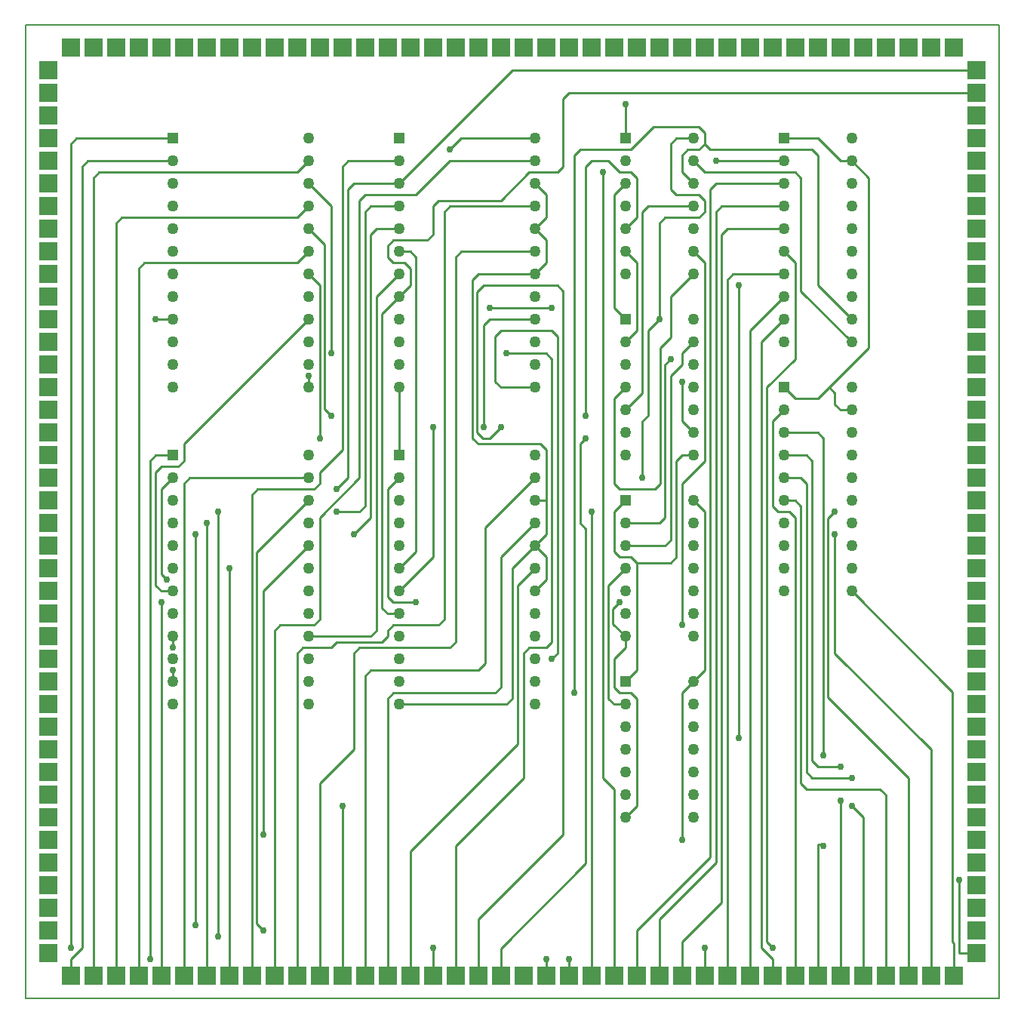
<source format=gbr>
G04 PROTEUS GERBER X2 FILE*
%TF.GenerationSoftware,Labcenter,Proteus,8.13-SP0-Build31525*%
%TF.CreationDate,2022-07-18T16:51:56+00:00*%
%TF.FileFunction,Copper,L2,Bot*%
%TF.FilePolarity,Positive*%
%TF.Part,Single*%
%TF.SameCoordinates,{ef34fe09-6a13-4269-aa04-aafbd3ed972e}*%
%FSLAX45Y45*%
%MOMM*%
G01*
%TA.AperFunction,Conductor*%
%ADD10C,0.254000*%
%TA.AperFunction,ViaPad*%
%ADD11C,0.762000*%
%TA.AperFunction,ComponentPad*%
%ADD12R,2.032000X2.032000*%
%TA.AperFunction,ComponentPad*%
%ADD13R,1.270000X1.270000*%
%ADD14C,1.270000*%
%TA.AperFunction,Profile*%
%ADD15C,0.203200*%
%TD.AperFunction*%
D10*
X+1270000Y+1905000D02*
X+1143000Y+2032000D01*
X+1143000Y+3302000D01*
X+1270000Y+3429000D01*
X+1270000Y+2667000D02*
X+1397000Y+2540000D01*
X+1397000Y+1778000D01*
X+1270000Y+1651000D01*
X+2032000Y+2413000D02*
X+1778000Y+2159000D01*
X+1778000Y+1701800D01*
X+1663700Y+1587500D01*
X+1663700Y+63500D01*
X+1600200Y+0D01*
X+1206500Y+0D01*
X+1143000Y+63500D01*
X+1143000Y+1016000D01*
X+1270000Y+1143000D01*
X+2032000Y+3175000D02*
X+1524000Y+3175000D01*
X+1460500Y+3111500D01*
X+1460500Y+1079500D01*
X+1270000Y+889000D01*
X+1905000Y+1206500D02*
X+1905000Y+762000D01*
X+2032000Y+635000D01*
X+3810000Y+3683000D02*
X+4000500Y+3492501D01*
X+4000500Y+1587500D01*
X+3556000Y+1143000D01*
X+3810000Y+3683001D02*
X+3810000Y+3683000D01*
X+3683000Y+3683001D01*
X+3429001Y+3937000D01*
X+3048000Y+3937000D01*
X+3556000Y+1143000D02*
X+3429000Y+1016000D01*
X+3175000Y+1016000D01*
X+3048000Y+1143000D01*
X+3556000Y+1143000D02*
X+3619500Y+1079500D01*
X+3619500Y+952501D01*
X+3683000Y+889001D01*
X+3810000Y+889000D01*
X+3810000Y+889001D01*
X-1270000Y+2159000D02*
X-1143000Y+2286000D01*
X-1143000Y+2476500D01*
X-1206500Y+2540000D01*
X-1333500Y+2540000D01*
X-1397000Y+2603500D01*
X-1397000Y+2730500D01*
X-1333500Y+2794000D01*
X-952500Y+2794000D01*
X-889000Y+2857500D01*
X-889000Y+3175000D01*
X-825500Y+3238500D01*
X-127000Y+3238500D01*
X+190500Y+3556000D01*
X+508000Y+3556000D01*
X+571500Y+3619500D01*
X+571500Y+4381500D01*
X+635000Y+4445000D01*
X+5207000Y+4445000D01*
X-1270000Y+2159000D02*
X-1460500Y+1968500D01*
X-1460500Y-1333500D01*
X-1397000Y-1397000D01*
X-1270000Y-1397000D01*
X-1270000Y+2667000D02*
X-1143000Y+2667000D01*
X-1079500Y+2603500D01*
X-1079500Y-698500D01*
X-1270000Y-889000D01*
X-1270000Y+2921000D02*
X-1524000Y+2921000D01*
X-1587500Y+2857500D01*
X-1587500Y-317500D01*
X-1778000Y-508000D01*
X-3556000Y-4889500D02*
X-3556000Y-508000D01*
X-1270000Y+3175000D02*
X-1587500Y+3175000D01*
X-1651000Y+3111500D01*
X-1651000Y-190500D01*
X-1714500Y-254000D01*
X-1968500Y-254000D01*
X-3302000Y-5016500D02*
X-3302000Y-254000D01*
X-1270000Y+3429000D02*
X+0Y+4699000D01*
X+5207000Y+4699000D01*
X-1270000Y+3429000D02*
X-1778000Y+3429000D01*
X-1841500Y+3365500D01*
X-1841500Y+127000D01*
X-1968500Y+0D01*
X-3810000Y+3683000D02*
X-4762500Y+3683000D01*
X-4826000Y+3619500D01*
X-4826000Y-5143500D01*
X-4953000Y-5270500D01*
X-4953000Y-5461000D01*
X-2413000Y-5461000D02*
X-2413000Y-1841500D01*
X-2349500Y-1778000D01*
X-2032000Y-1778000D01*
X-1968500Y-1714500D01*
X-1460500Y-1714500D01*
X-1397000Y-1651000D01*
X-1397000Y-1587500D01*
X-1333500Y-1524000D01*
X-825500Y-1524000D01*
X-762000Y-1460500D01*
X-762000Y+3111500D01*
X-698499Y+3175001D01*
X+254000Y+3175000D01*
X+254000Y+3175001D01*
X-2159000Y-5461000D02*
X-2159000Y-3302000D01*
X-1778000Y-2921000D01*
X-1778000Y-1841500D01*
X-1714500Y-1778000D01*
X-698500Y-1778000D01*
X-635000Y-1714500D01*
X-635000Y+2603500D01*
X-571500Y+2667000D01*
X+254000Y+2667000D01*
X-1905000Y-3556000D02*
X-1905000Y-5461000D01*
X-1079500Y-1270000D02*
X-1333500Y-1270000D01*
X-1397000Y-1206500D01*
X-1397000Y+0D01*
X-1270000Y+127000D01*
X-1651000Y-5461000D02*
X-1651000Y-2095500D01*
X-1587500Y-2032000D01*
X-381000Y-2032000D01*
X-301110Y-1952110D01*
X-301110Y-428109D01*
X+254000Y+127000D01*
X+254000Y+127001D01*
X+254000Y-380999D02*
X+254000Y-381000D01*
X-127000Y-761999D01*
X-127000Y-2222500D01*
X-190500Y-2286000D01*
X-1333500Y-2286000D01*
X-1397000Y-2349500D01*
X-1397000Y-5461000D01*
X+254000Y-889000D02*
X+63500Y-1079500D01*
X+63500Y-2857500D01*
X-1143000Y-4064000D01*
X-1143000Y-5461000D01*
X-2286000Y+3683001D02*
X-2286000Y+3683000D01*
X-2413001Y+3556000D01*
X-4635500Y+3556000D01*
X-4699000Y+3492500D01*
X-4699000Y-5461000D01*
X-2286000Y+3175001D02*
X-2286000Y+3175000D01*
X-2413001Y+3048000D01*
X-4381500Y+3048000D01*
X-4445000Y+2984500D01*
X-4445000Y-5461000D01*
X-4191000Y-5461000D02*
X-4191000Y+2476500D01*
X-4127500Y+2540000D01*
X-2413000Y+2540000D01*
X-2286000Y+2667000D01*
X-3937000Y-1270000D02*
X-3937000Y-5461000D01*
X-3873500Y-1016000D02*
X-3937000Y-952500D01*
X-3937000Y+0D01*
X-3810000Y+127000D01*
X-3683000Y-5461000D02*
X-3683000Y+63500D01*
X-3619499Y+127001D01*
X-2286000Y+127000D01*
X-2286000Y+127001D01*
X-3429000Y-381000D02*
X-3429000Y-5461000D01*
X-3175000Y-889000D02*
X-3175000Y-5461000D01*
X-1270000Y+3683000D02*
X-1841500Y+3683000D01*
X-1905000Y+3619500D01*
X-1905000Y+444500D01*
X-2159000Y+190500D01*
X-2159000Y+63500D01*
X-2222500Y+0D01*
X-2857500Y+0D01*
X-2921000Y-63500D01*
X-2921000Y-5461000D01*
X+254000Y+3683001D02*
X+254000Y+3683000D01*
X-698499Y+3683001D01*
X-1079500Y+3302000D01*
X-1651000Y+3302000D01*
X-1714500Y+3238500D01*
X-1714500Y+127000D01*
X-2159000Y-317500D01*
X-2159000Y-1460500D01*
X-2222500Y-1524000D01*
X-2603500Y-1524000D01*
X-2667000Y-1587500D01*
X-2667000Y-5461000D01*
X-4953000Y-5143500D02*
X-4953000Y+3873500D01*
X-4889500Y+3937000D01*
X-3810000Y+3937000D01*
X-889000Y-5143500D02*
X-889000Y-5461000D01*
X-2032000Y+1524000D02*
X-2032000Y+3175001D01*
X-2286000Y+3429000D01*
X-2286000Y+3429001D01*
X-63500Y+1524000D02*
X+381000Y+1524000D01*
X+444500Y+1460500D01*
X+444500Y-1714500D01*
X+381000Y-1778000D01*
X+190500Y-1778000D01*
X+127000Y-1841500D01*
X+127000Y-3238500D01*
X-635000Y-4000500D01*
X-635000Y-5461000D01*
X-2032000Y+825500D02*
X-2108200Y+901700D01*
X-2108200Y+2743201D01*
X-2286000Y+2921000D01*
X-2286000Y+2921001D01*
X-127000Y+698500D02*
X-254000Y+571500D01*
X-330200Y+571500D01*
X-393700Y+635000D01*
X-393700Y+2209800D01*
X-317500Y+2286000D01*
X+508000Y+2286000D01*
X+571500Y+2222500D01*
X+571500Y-3873500D01*
X-381000Y-4826000D01*
X-381000Y-5461000D01*
X-2159000Y+571500D02*
X-2159000Y+2286000D01*
X-2286000Y+2413000D01*
X+825500Y+571500D02*
X+762000Y+508000D01*
X+762000Y-381000D01*
X+825500Y-444500D01*
X+825500Y-4196606D01*
X-127000Y-5149106D01*
X-127000Y-5461000D01*
X-4064000Y-5270500D02*
X-4064000Y+317500D01*
X-4000500Y+381000D01*
X-3810000Y+381000D01*
X-2794000Y-4953000D02*
X-2870200Y-4876800D01*
X-2870200Y-711199D01*
X-2286000Y-127000D01*
X-2286000Y-126999D01*
X+381000Y-5270500D02*
X+381000Y-5461000D01*
X-2794000Y-3873500D02*
X-2794000Y-1142999D01*
X-2286000Y-635000D01*
X-2286000Y-634999D01*
X+635000Y-5270500D02*
X+635000Y-5461000D01*
X+889000Y-254000D02*
X+889000Y-5461000D01*
X+1270000Y+3937000D02*
X+1270000Y+4318000D01*
X-4000500Y+1905000D02*
X-3810000Y+1905000D01*
X+444500Y-1905000D02*
X+508000Y-1841500D01*
X+508000Y+1714500D01*
X+444500Y+1778000D01*
X-127000Y+1778000D01*
X-190500Y+1714500D01*
X-190500Y+1206500D01*
X-127000Y+1143000D01*
X+254000Y+1143000D01*
X+3810000Y-1143000D02*
X+4940300Y-2273300D01*
X+4940300Y-5080000D01*
X+4953000Y-5092700D01*
X+4953000Y-5461000D01*
X+1270000Y+2921000D02*
X+1397000Y+3048000D01*
X+1397000Y+3492500D01*
X+1333500Y+3556000D01*
X+1206500Y+3556000D01*
X+1079500Y+3683000D01*
X+889000Y+3683000D01*
X+825500Y+3619500D01*
X+825500Y+825500D01*
X-2286000Y+1270000D02*
X-2286000Y+1143000D01*
X+2032000Y+2667000D02*
X+2159000Y+2540000D01*
X+2159000Y+317500D01*
X+1905000Y+63500D01*
X+1905000Y-1524000D01*
X-3810000Y-1778000D02*
X-3810000Y-1651000D01*
X+2540000Y+2286000D02*
X+2540000Y-2794000D01*
X+2159000Y+3873500D02*
X+2222500Y+3810000D01*
X+3365500Y+3810000D01*
X+3429000Y+3746500D01*
X+3429000Y+2286000D01*
X+3810000Y+1905000D01*
X+2159000Y+3873500D02*
X+2159000Y+4000500D01*
X+2095500Y+4064000D01*
X+1587500Y+4064000D01*
X+1333500Y+3810000D01*
X+762000Y+3810000D01*
X+698500Y+3746500D01*
X+698500Y-2286000D01*
X-3810000Y-2032000D02*
X-3810000Y-2159000D01*
X+2159000Y+3873500D02*
X+2095500Y+3810000D01*
X+1968500Y+3810000D01*
X+1905000Y+3746500D01*
X+1905000Y+3556001D01*
X+2032000Y+3429000D01*
X+2032000Y+3429001D01*
X+3810000Y+1651000D02*
X+3238500Y+2222500D01*
X+3238500Y+3492500D01*
X+3175000Y+3556000D01*
X+2159001Y+3556000D01*
X+2032000Y+3683000D01*
X+2032000Y+3683001D01*
X-254000Y+2032000D02*
X+444500Y+2032000D01*
X+1016000Y+3556000D02*
X+1016000Y-3238500D01*
X+1143000Y-3365500D01*
X+1143000Y-5461000D01*
X+2286000Y+3683000D02*
X+3048000Y+3683000D01*
X+3683000Y-3111500D02*
X+3429000Y-3111500D01*
X+3365500Y-3048000D01*
X+3365500Y+317500D01*
X+3302000Y+381000D01*
X+3048000Y+381000D01*
X+3683000Y-3492500D02*
X+3683000Y-5461000D01*
X+3810000Y-3556000D02*
X+3937000Y-3683000D01*
X+3937000Y-5461000D01*
X+3810000Y-3238500D02*
X+3365500Y-3238500D01*
X+3302000Y-3175000D01*
X+3302000Y+63500D01*
X+3238500Y+127000D01*
X+3048000Y+127000D01*
X+4191000Y-5461000D02*
X+4191000Y-3429000D01*
X+4127500Y-3365500D01*
X+3302000Y-3365500D01*
X+3238500Y-3302000D01*
X+3238500Y-190500D01*
X+3175000Y-127000D01*
X+3048000Y-127000D01*
X+3619500Y-254000D02*
X+3543300Y-330200D01*
X+3543300Y-2336800D01*
X+4445000Y-3238500D01*
X+4445000Y-5461000D01*
X+3619500Y-508000D02*
X+3619500Y-1841500D01*
X+4699000Y-2921000D01*
X+4699000Y-5461000D01*
X+3048000Y+3429000D02*
X+2286000Y+3429000D01*
X+2222500Y+3365500D01*
X+2222500Y-4127500D01*
X+1397000Y-4953000D01*
X+1397000Y-5461000D01*
X+1651000Y-5461000D02*
X+1651000Y-4826000D01*
X+2286000Y-4191000D01*
X+2286000Y+3111500D01*
X+2349500Y+3175000D01*
X+3048000Y+3175000D01*
X+3048000Y+2921000D02*
X+2413000Y+2921000D01*
X+2349500Y+2857500D01*
X+2349500Y-4635500D01*
X+1905000Y-5080000D01*
X+1905000Y-5461000D01*
X+2921000Y-5143500D02*
X+2857500Y-5080000D01*
X+2857500Y+1143000D01*
X+3175000Y+1460500D01*
X+3175000Y+2540000D01*
X+3048000Y+2667000D01*
X+2159000Y-5143500D02*
X+2159000Y-5461000D01*
X+3048000Y+2413000D02*
X+2476500Y+2413000D01*
X+2413000Y+2349500D01*
X+2413000Y-5461000D01*
X+2667000Y-5461000D02*
X+2667000Y+1778000D01*
X+3048000Y+2159000D01*
X+2921000Y-5461000D02*
X+2921000Y-5270500D01*
X+2794000Y-5143500D01*
X+2794000Y+1651000D01*
X+3048000Y+1905000D01*
X+3175000Y-5461000D02*
X+3175000Y-317500D01*
X+3111500Y-254000D01*
X+2984500Y-254000D01*
X+2921000Y-190500D01*
X+2921000Y+762000D01*
X+3048000Y+889000D01*
X+3492500Y-2984500D02*
X+3492500Y+571500D01*
X+3429000Y+635000D01*
X+3048000Y+635000D01*
X+3492500Y-4000500D02*
X+3470353Y-4000500D01*
X+3454400Y-3984547D01*
X+3429000Y-3984547D01*
X+3429000Y-5461000D01*
X+254000Y+2413000D02*
X-381000Y+2413000D01*
X-444500Y+2349500D01*
X-444500Y+571500D01*
X-381000Y+508000D01*
X+317500Y+508000D01*
X+381000Y+444500D01*
X+381000Y-127000D01*
X+254000Y-635000D02*
X+381000Y-507999D01*
X+381000Y-127000D01*
X-1270000Y-2413000D02*
X-63500Y-2413000D01*
X+0Y-2349500D01*
X+0Y-888999D01*
X+254000Y-635000D01*
X+317500Y-127000D02*
X+381000Y-127000D01*
X+254000Y-1143000D02*
X+381000Y-1016000D01*
X+381000Y-761999D01*
X+254000Y-635000D01*
X+254000Y-634999D01*
X+254000Y+2413000D02*
X+381000Y+2540000D01*
X+381000Y+2794001D01*
X+254000Y+2921000D01*
X+254000Y+2921001D01*
X+381000Y+3048001D01*
X+381000Y+3302001D01*
X+254000Y+3429000D01*
X+254000Y+3429001D01*
X+1270000Y-1651000D02*
X+1130300Y-1511300D01*
X+1130300Y-1346200D01*
X+1206500Y-1270000D01*
X+1270000Y-1651000D02*
X+1270000Y-1778000D01*
X+1143000Y-1905000D01*
X+1143000Y-2222500D01*
X+1206500Y-2286000D01*
X+1333500Y-2286000D01*
X+1397000Y-2349500D01*
X+1397000Y-3556000D01*
X+1270000Y-3683000D01*
X-1270000Y+1143000D02*
X-1270000Y+381000D01*
X+254000Y-126999D02*
X+254000Y-127000D01*
X+254001Y-127000D01*
X+317500Y-127000D01*
X+1397000Y-825500D02*
X+1778000Y-825500D01*
X+1841500Y-762000D01*
X+1841500Y+317500D01*
X+1905000Y+381000D01*
X+2032000Y+381000D01*
X+1397000Y-825500D02*
X+1397000Y-2032000D01*
X+1270000Y-2159000D01*
X+1397000Y-825500D02*
X+1333500Y-762000D01*
X+1206500Y-762000D01*
X+1143000Y-698500D01*
X+1143000Y-254000D01*
X+1270000Y-127000D01*
X+1778000Y+1460500D02*
X+1714500Y+1397000D01*
X+1714500Y-317500D01*
X+1651000Y-381000D01*
X+1270000Y-381000D01*
X+2032000Y+1651001D02*
X+2032000Y+1651000D01*
X+1905000Y+1524001D01*
X+1905000Y+1397000D01*
X+1778000Y+1270000D01*
X+1778000Y-571500D01*
X+1714500Y-635000D01*
X+1270000Y-635000D01*
X+1270000Y-2413000D02*
X+1143000Y-2413000D01*
X+1079500Y-2349500D01*
X+1079500Y-1079500D01*
X+1270000Y-889000D01*
X-889000Y+698500D02*
X-889000Y-762000D01*
X-1270000Y-1143000D01*
X-317500Y+698500D02*
X-317500Y+1841500D01*
X-254000Y+1905000D01*
X+254000Y+1905000D01*
X-2286000Y+1905000D02*
X-3683000Y+508000D01*
X-3683000Y+317500D01*
X-3746500Y+254000D01*
X-3937000Y+254000D01*
X-4000500Y+190500D01*
X-4000500Y-1079500D01*
X-3937000Y-1143000D01*
X-3810000Y-1143000D01*
X-2286000Y-1651000D02*
X-1587500Y-1651000D01*
X-1524000Y-1587500D01*
X-1524000Y+2159000D01*
X-1270000Y+2413000D01*
X+2032000Y+3937000D02*
X+1841500Y+3937000D01*
X+1778000Y+3873500D01*
X+1778000Y+3365500D01*
X+1841500Y+3302000D01*
X+2095500Y+3302000D01*
X+2159000Y+3238500D01*
X+2159000Y+3111500D01*
X+2095500Y+3048000D01*
X+1714500Y+3048000D01*
X+1651000Y+2984500D01*
X+1651000Y+1905000D01*
X+5016500Y-4381500D02*
X+5016500Y-5207000D01*
X+5207000Y-5207000D01*
X+2032000Y-2159000D02*
X+1905000Y-2286000D01*
X+1905000Y-3937000D01*
X+1651000Y+1905000D02*
X+1524000Y+1778000D01*
X+1524000Y+825500D01*
X+1460500Y+762000D01*
X+1460500Y+127000D01*
X+2032000Y-127000D02*
X+2159000Y-254000D01*
X+2159000Y-2032000D01*
X+2032000Y-2159000D01*
X+254000Y+3937000D02*
X-571500Y+3937000D01*
X-698500Y+3810000D01*
D11*
X+1905000Y+1206500D03*
X-1778000Y-508000D03*
X-3556000Y-508000D03*
X-3556000Y-4889500D03*
X-3302000Y-254000D03*
X-3302000Y-5016500D03*
X-1968500Y-254000D03*
X-1968500Y+0D03*
X-1905000Y-3556000D03*
X-1079500Y-1270000D03*
X-3937000Y-1270000D03*
X-3873500Y-1016000D03*
X-3429000Y-381000D03*
X-3175000Y-889000D03*
X-4953000Y-5143500D03*
X-889000Y-5143500D03*
X-2032000Y+1524000D03*
X-63500Y+1524000D03*
X-2032000Y+825500D03*
X-127000Y+698500D03*
X-2159000Y+571500D03*
X+825500Y+571500D03*
X-4064000Y-5270500D03*
X-2794000Y-4953000D03*
X+381000Y-5270500D03*
X-2794000Y-3873500D03*
X+635000Y-5270500D03*
X+889000Y-254000D03*
X+1270000Y+4318000D03*
X-4000500Y+1905000D03*
X+444500Y-1905000D03*
X+825500Y+825500D03*
X-2286000Y+1270000D03*
X+1905000Y-1524000D03*
X-3810000Y-1778000D03*
X+2540000Y-2794000D03*
X+2540000Y+2286000D03*
X+698500Y-2286000D03*
X-3810000Y-2032000D03*
X+444500Y+2032000D03*
X-254000Y+2032000D03*
X+1016000Y+3556000D03*
X+2286000Y+3683000D03*
X+3683000Y-3111500D03*
X+3683000Y-3492500D03*
X+3810000Y-3556000D03*
X+3810000Y-3238500D03*
X+3619500Y-254000D03*
X+3619500Y-508000D03*
X+2921000Y-5143500D03*
X+2159000Y-5143500D03*
X+3492500Y-2984500D03*
X+3492500Y-4000500D03*
X+1206500Y-1270000D03*
X+1778000Y+1460500D03*
X-889000Y+698500D03*
X-317500Y+698500D03*
X+5016500Y-4381500D03*
X+1905000Y-3937000D03*
X+1460500Y+127000D03*
X-698500Y+3810000D03*
X+1651000Y+1905000D03*
D12*
X-2921000Y+4953000D03*
X-2667000Y+4953000D03*
X-2413000Y+4953000D03*
X-2159000Y+4953000D03*
X-1905000Y+4953000D03*
X-1651000Y+4953000D03*
X-1397000Y+4953000D03*
X-1143000Y+4953000D03*
X-889000Y+4953000D03*
X-635000Y+4953000D03*
X-381000Y+4953000D03*
X-127000Y+4953000D03*
X+127000Y+4953000D03*
X+381000Y+4953000D03*
X+635000Y+4953000D03*
X+889000Y+4953000D03*
X+1143000Y+4953000D03*
X+1397000Y+4953000D03*
X+1651000Y+4953000D03*
X+1905000Y+4953000D03*
X+2159000Y+4953000D03*
X+2413000Y+4953000D03*
X+2667000Y+4953000D03*
X+2921000Y+4953000D03*
X+3175000Y+4953000D03*
X+3429000Y+4953000D03*
X+3683000Y+4953000D03*
X+3937000Y+4953000D03*
X+4191000Y+4953000D03*
X+4445000Y+4953000D03*
X+4699000Y+4953000D03*
X+4953000Y+4953000D03*
X-4953000Y+4953000D03*
X-4699000Y+4953000D03*
X-4445000Y+4953000D03*
X-4191000Y+4953000D03*
X-3937000Y+4953000D03*
X-3683000Y+4953000D03*
X-3429000Y+4953000D03*
X-3175000Y+4953000D03*
X-4953000Y-5461000D03*
X-4699000Y-5461000D03*
X-4445000Y-5461000D03*
X-4191000Y-5461000D03*
X-3937000Y-5461000D03*
X-3683000Y-5461000D03*
X-3429000Y-5461000D03*
X-3175000Y-5461000D03*
X-2921000Y-5461000D03*
X-2667000Y-5461000D03*
X-2413000Y-5461000D03*
X-2159000Y-5461000D03*
X-1905000Y-5461000D03*
X-1651000Y-5461000D03*
X-1397000Y-5461000D03*
X-1143000Y-5461000D03*
X-889000Y-5461000D03*
X-635000Y-5461000D03*
X-381000Y-5461000D03*
X-127000Y-5461000D03*
X+127000Y-5461000D03*
X+381000Y-5461000D03*
X+635000Y-5461000D03*
X+889000Y-5461000D03*
X+1143000Y-5461000D03*
X+1397000Y-5461000D03*
X+1651000Y-5461000D03*
X+1905000Y-5461000D03*
X+2159000Y-5461000D03*
X+2413000Y-5461000D03*
X+2667000Y-5461000D03*
X+2921000Y-5461000D03*
X+3175000Y-5461000D03*
X+3429000Y-5461000D03*
X+3683000Y-5461000D03*
X+3937000Y-5461000D03*
X+4191000Y-5461000D03*
X+4445000Y-5461000D03*
X+4699000Y-5461000D03*
X+4953000Y-5461000D03*
X-5207000Y+4699000D03*
X-5207000Y+4445000D03*
X-5207000Y+4191000D03*
X-5207000Y+3937000D03*
X-5207000Y+3683000D03*
X-5207000Y+3429000D03*
X-5207000Y+3175000D03*
X-5207000Y+2921000D03*
X-5207000Y+2667000D03*
X-5207000Y+2413000D03*
X-5207000Y+2159000D03*
X-5207000Y+1905000D03*
X-5207000Y+1651000D03*
X-5207000Y+1397000D03*
X-5207000Y+1143000D03*
X-5207000Y+889000D03*
X-5207000Y+635000D03*
X-5207000Y+381000D03*
X-5207000Y+127000D03*
X-5207000Y-127000D03*
X-5207000Y-381000D03*
X-5207000Y-635000D03*
X-5207000Y-889000D03*
X-5207000Y-1143000D03*
X-5207000Y-1397000D03*
X-5207000Y-1651000D03*
X-5207000Y-1905000D03*
X-5207000Y-2159000D03*
X-5207000Y-2413000D03*
X-5207000Y-2667000D03*
X-5207000Y-2921000D03*
X-5207000Y-3175000D03*
X-5207000Y-3429000D03*
X-5207000Y-3683000D03*
X-5207000Y-3937000D03*
X-5207000Y-4191000D03*
X-5207000Y-4445000D03*
X-5207000Y-4699000D03*
X-5207000Y-4953000D03*
X-5207000Y-5207000D03*
X+5207000Y+4699000D03*
X+5207000Y+4445000D03*
X+5207000Y+4191000D03*
X+5207000Y+3937000D03*
X+5207000Y+3683000D03*
X+5207000Y+3429000D03*
X+5207000Y+3175000D03*
X+5207000Y+2921000D03*
X+5207000Y+2667000D03*
X+5207000Y+2413000D03*
X+5207000Y+2159000D03*
X+5207000Y+1905000D03*
X+5207000Y+1651000D03*
X+5207000Y+1397000D03*
X+5207000Y+1143000D03*
X+5207000Y+889000D03*
X+5207000Y+635000D03*
X+5207000Y+381000D03*
X+5207000Y+127000D03*
X+5207000Y-127000D03*
X+5207000Y-381000D03*
X+5207000Y-635000D03*
X+5207000Y-889000D03*
X+5207000Y-1143000D03*
X+5207000Y-1397000D03*
X+5207000Y-1651000D03*
X+5207000Y-1905000D03*
X+5207000Y-2159000D03*
X+5207000Y-2413000D03*
X+5207000Y-2667000D03*
X+5207000Y-2921000D03*
X+5207000Y-3175000D03*
X+5207000Y-3429000D03*
X+5207000Y-3683000D03*
X+5207000Y-3937000D03*
X+5207000Y-4191000D03*
X+5207000Y-4445000D03*
X+5207000Y-4699000D03*
X+5207000Y-4953000D03*
X+5207000Y-5207000D03*
D13*
X-3810000Y+3937000D03*
D14*
X-3810000Y+3683000D03*
X-3810000Y+3429000D03*
X-3810000Y+3175000D03*
X-3810000Y+2921000D03*
X-3810000Y+2667000D03*
X-3810000Y+2413000D03*
X-3810000Y+2159000D03*
X-3810000Y+1905000D03*
X-3810000Y+1651000D03*
X-3810000Y+1397000D03*
X-3810000Y+1143000D03*
X-2286000Y+1143000D03*
X-2286000Y+1397000D03*
X-2286000Y+1651000D03*
X-2286000Y+1905000D03*
X-2286000Y+2159000D03*
X-2286000Y+2413000D03*
X-2286000Y+2667000D03*
X-2286000Y+2921000D03*
X-2286000Y+3175000D03*
X-2286000Y+3429000D03*
X-2286000Y+3683000D03*
X-2286000Y+3937000D03*
D13*
X-3810000Y+381000D03*
D14*
X-3810000Y+127000D03*
X-3810000Y-127000D03*
X-3810000Y-381000D03*
X-3810000Y-635000D03*
X-3810000Y-889000D03*
X-3810000Y-1143000D03*
X-3810000Y-1397000D03*
X-3810000Y-1651000D03*
X-3810000Y-1905000D03*
X-3810000Y-2159000D03*
X-3810000Y-2413000D03*
X-2286000Y-2413000D03*
X-2286000Y-2159000D03*
X-2286000Y-1905000D03*
X-2286000Y-1651000D03*
X-2286000Y-1397000D03*
X-2286000Y-1143000D03*
X-2286000Y-889000D03*
X-2286000Y-635000D03*
X-2286000Y-381000D03*
X-2286000Y-127000D03*
X-2286000Y+127000D03*
X-2286000Y+381000D03*
D13*
X-1270000Y+3937000D03*
D14*
X-1270000Y+3683000D03*
X-1270000Y+3429000D03*
X-1270000Y+3175000D03*
X-1270000Y+2921000D03*
X-1270000Y+2667000D03*
X-1270000Y+2413000D03*
X-1270000Y+2159000D03*
X-1270000Y+1905000D03*
X-1270000Y+1651000D03*
X-1270000Y+1397000D03*
X-1270000Y+1143000D03*
X+254000Y+1143000D03*
X+254000Y+1397000D03*
X+254000Y+1651000D03*
X+254000Y+1905000D03*
X+254000Y+2159000D03*
X+254000Y+2413000D03*
X+254000Y+2667000D03*
X+254000Y+2921000D03*
X+254000Y+3175000D03*
X+254000Y+3429000D03*
X+254000Y+3683000D03*
X+254000Y+3937000D03*
D13*
X-1270000Y+381000D03*
D14*
X-1270000Y+127000D03*
X-1270000Y-127000D03*
X-1270000Y-381000D03*
X-1270000Y-635000D03*
X-1270000Y-889000D03*
X-1270000Y-1143000D03*
X-1270000Y-1397000D03*
X-1270000Y-1651000D03*
X-1270000Y-1905000D03*
X-1270000Y-2159000D03*
X-1270000Y-2413000D03*
X+254000Y-2413000D03*
X+254000Y-2159000D03*
X+254000Y-1905000D03*
X+254000Y-1651000D03*
X+254000Y-1397000D03*
X+254000Y-1143000D03*
X+254000Y-889000D03*
X+254000Y-635000D03*
X+254000Y-381000D03*
X+254000Y-127000D03*
X+254000Y+127000D03*
X+254000Y+381000D03*
D13*
X+1270000Y+3937000D03*
D14*
X+1270000Y+3683000D03*
X+1270000Y+3429000D03*
X+1270000Y+3175000D03*
X+1270000Y+2921000D03*
X+1270000Y+2667000D03*
X+1270000Y+2413000D03*
X+2032000Y+2413000D03*
X+2032000Y+2667000D03*
X+2032000Y+2921000D03*
X+2032000Y+3175000D03*
X+2032000Y+3429000D03*
X+2032000Y+3683000D03*
X+2032000Y+3937000D03*
D13*
X+1270000Y+1905000D03*
D14*
X+1270000Y+1651000D03*
X+1270000Y+1397000D03*
X+1270000Y+1143000D03*
X+1270000Y+889000D03*
X+1270000Y+635000D03*
X+1270000Y+381000D03*
X+2032000Y+381000D03*
X+2032000Y+635000D03*
X+2032000Y+889000D03*
X+2032000Y+1143000D03*
X+2032000Y+1397000D03*
X+2032000Y+1651000D03*
X+2032000Y+1905000D03*
D13*
X+1270000Y-127000D03*
D14*
X+1270000Y-381000D03*
X+1270000Y-635000D03*
X+1270000Y-889000D03*
X+1270000Y-1143000D03*
X+1270000Y-1397000D03*
X+1270000Y-1651000D03*
X+2032000Y-1651000D03*
X+2032000Y-1397000D03*
X+2032000Y-1143000D03*
X+2032000Y-889000D03*
X+2032000Y-635000D03*
X+2032000Y-381000D03*
X+2032000Y-127000D03*
D13*
X+1270000Y-2159000D03*
D14*
X+1270000Y-2413000D03*
X+1270000Y-2667000D03*
X+1270000Y-2921000D03*
X+1270000Y-3175000D03*
X+1270000Y-3429000D03*
X+1270000Y-3683000D03*
X+2032000Y-3683000D03*
X+2032000Y-3429000D03*
X+2032000Y-3175000D03*
X+2032000Y-2921000D03*
X+2032000Y-2667000D03*
X+2032000Y-2413000D03*
X+2032000Y-2159000D03*
D13*
X+3048000Y+3937000D03*
D14*
X+3048000Y+3683000D03*
X+3048000Y+3429000D03*
X+3048000Y+3175000D03*
X+3048000Y+2921000D03*
X+3048000Y+2667000D03*
X+3048000Y+2413000D03*
X+3048000Y+2159000D03*
X+3048000Y+1905000D03*
X+3048000Y+1651000D03*
X+3810000Y+1651000D03*
X+3810000Y+1905000D03*
X+3810000Y+2159000D03*
X+3810000Y+2413000D03*
X+3810000Y+2667000D03*
X+3810000Y+2921000D03*
X+3810000Y+3175000D03*
X+3810000Y+3429000D03*
X+3810000Y+3683000D03*
X+3810000Y+3937000D03*
D13*
X+3048000Y+1143000D03*
D14*
X+3048000Y+889000D03*
X+3048000Y+635000D03*
X+3048000Y+381000D03*
X+3048000Y+127000D03*
X+3048000Y-127000D03*
X+3048000Y-381000D03*
X+3048000Y-635000D03*
X+3048000Y-889000D03*
X+3048000Y-1143000D03*
X+3810000Y-1143000D03*
X+3810000Y-889000D03*
X+3810000Y-635000D03*
X+3810000Y-381000D03*
X+3810000Y-127000D03*
X+3810000Y+127000D03*
X+3810000Y+381000D03*
X+3810000Y+635000D03*
X+3810000Y+889000D03*
X+3810000Y+1143000D03*
D15*
X-5461000Y-5715000D02*
X+5461000Y-5715000D01*
X+5461000Y+5207000D01*
X-5461000Y+5207000D01*
X-5461000Y-5715000D01*
M02*

</source>
